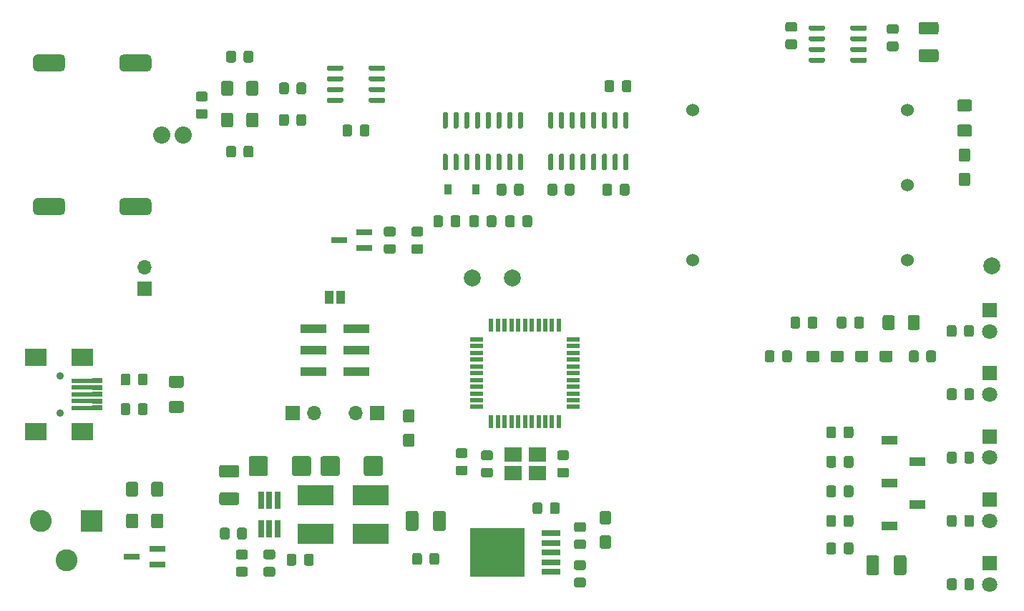
<source format=gbr>
%TF.GenerationSoftware,KiCad,Pcbnew,(5.1.9)-1*%
%TF.CreationDate,2021-11-07T11:38:13-06:00*%
%TF.ProjectId,simple-gpsdo,73696d70-6c65-42d6-9770-73646f2e6b69,E*%
%TF.SameCoordinates,Original*%
%TF.FileFunction,Soldermask,Top*%
%TF.FilePolarity,Negative*%
%FSLAX46Y46*%
G04 Gerber Fmt 4.6, Leading zero omitted, Abs format (unit mm)*
G04 Created by KiCad (PCBNEW (5.1.9)-1) date 2021-11-07 11:38:13*
%MOMM*%
%LPD*%
G01*
G04 APERTURE LIST*
%ADD10C,0.100000*%
%ADD11R,1.500000X0.550000*%
%ADD12R,0.550000X1.500000*%
%ADD13C,1.524000*%
%ADD14R,0.900000X1.200000*%
%ADD15R,2.600000X2.600000*%
%ADD16C,2.600000*%
%ADD17R,3.150000X1.000000*%
%ADD18R,1.000000X1.500000*%
%ADD19R,1.900000X1.000000*%
%ADD20C,2.032000*%
%ADD21R,1.700000X1.700000*%
%ADD22O,1.700000X1.700000*%
%ADD23C,2.000000*%
%ADD24R,2.100000X1.725000*%
%ADD25R,0.650000X2.000000*%
%ADD26R,4.200000X2.400000*%
%ADD27R,1.900000X0.800000*%
%ADD28R,2.500000X2.000000*%
%ADD29R,2.500000X0.500000*%
%ADD30C,0.900000*%
%ADD31R,2.200000X0.800000*%
%ADD32R,6.400000X5.800000*%
%ADD33R,1.800000X1.800000*%
%ADD34C,1.800000*%
G04 APERTURE END LIST*
D10*
G36*
X85000000Y-124400000D02*
G01*
X83800000Y-124400000D01*
X83800000Y-123800000D01*
X85000000Y-123800000D01*
X85000000Y-124400000D01*
G37*
G36*
X85000000Y-123600000D02*
G01*
X83800000Y-123600000D01*
X83800000Y-123000000D01*
X85000000Y-123000000D01*
X85000000Y-123600000D01*
G37*
G36*
X85000000Y-122800000D02*
G01*
X83800000Y-122800000D01*
X83800000Y-122200000D01*
X85000000Y-122200000D01*
X85000000Y-122800000D01*
G37*
G36*
X85000000Y-122000000D02*
G01*
X83800000Y-122000000D01*
X83800000Y-121400000D01*
X85000000Y-121400000D01*
X85000000Y-122000000D01*
G37*
G36*
X85000000Y-121200000D02*
G01*
X83800000Y-121200000D01*
X83800000Y-120600000D01*
X85000000Y-120600000D01*
X85000000Y-121200000D01*
G37*
D11*
%TO.C,U2*%
X129300000Y-116000000D03*
X129300000Y-116800000D03*
X129300000Y-117600000D03*
X129300000Y-118400000D03*
X129300000Y-119200000D03*
X129300000Y-120000000D03*
X129300000Y-120800000D03*
X129300000Y-121600000D03*
X129300000Y-122400000D03*
X129300000Y-123200000D03*
X129300000Y-124000000D03*
D12*
X131000000Y-125700000D03*
X131800000Y-125700000D03*
X132600000Y-125700000D03*
X133400000Y-125700000D03*
X134200000Y-125700000D03*
X135000000Y-125700000D03*
X135800000Y-125700000D03*
X136600000Y-125700000D03*
X137400000Y-125700000D03*
X138200000Y-125700000D03*
X139000000Y-125700000D03*
D11*
X140700000Y-124000000D03*
X140700000Y-123200000D03*
X140700000Y-122400000D03*
X140700000Y-121600000D03*
X140700000Y-120800000D03*
X140700000Y-120000000D03*
X140700000Y-119200000D03*
X140700000Y-118400000D03*
X140700000Y-117600000D03*
X140700000Y-116800000D03*
X140700000Y-116000000D03*
D12*
X139000000Y-114300000D03*
X138200000Y-114300000D03*
X137400000Y-114300000D03*
X136600000Y-114300000D03*
X135800000Y-114300000D03*
X135000000Y-114300000D03*
X134200000Y-114300000D03*
X133400000Y-114300000D03*
X132600000Y-114300000D03*
X131800000Y-114300000D03*
X131000000Y-114300000D03*
%TD*%
D13*
%TO.C,Y2*%
X180200000Y-106640000D03*
X180200000Y-97750000D03*
X180200000Y-88860000D03*
X154800000Y-88860000D03*
X154800000Y-106640000D03*
%TD*%
%TO.C,U3*%
G36*
G01*
X146795000Y-94000000D02*
X147095000Y-94000000D01*
G75*
G02*
X147245000Y-94150000I0J-150000D01*
G01*
X147245000Y-95800000D01*
G75*
G02*
X147095000Y-95950000I-150000J0D01*
G01*
X146795000Y-95950000D01*
G75*
G02*
X146645000Y-95800000I0J150000D01*
G01*
X146645000Y-94150000D01*
G75*
G02*
X146795000Y-94000000I150000J0D01*
G01*
G37*
G36*
G01*
X145525000Y-94000000D02*
X145825000Y-94000000D01*
G75*
G02*
X145975000Y-94150000I0J-150000D01*
G01*
X145975000Y-95800000D01*
G75*
G02*
X145825000Y-95950000I-150000J0D01*
G01*
X145525000Y-95950000D01*
G75*
G02*
X145375000Y-95800000I0J150000D01*
G01*
X145375000Y-94150000D01*
G75*
G02*
X145525000Y-94000000I150000J0D01*
G01*
G37*
G36*
G01*
X144255000Y-94000000D02*
X144555000Y-94000000D01*
G75*
G02*
X144705000Y-94150000I0J-150000D01*
G01*
X144705000Y-95800000D01*
G75*
G02*
X144555000Y-95950000I-150000J0D01*
G01*
X144255000Y-95950000D01*
G75*
G02*
X144105000Y-95800000I0J150000D01*
G01*
X144105000Y-94150000D01*
G75*
G02*
X144255000Y-94000000I150000J0D01*
G01*
G37*
G36*
G01*
X142985000Y-94000000D02*
X143285000Y-94000000D01*
G75*
G02*
X143435000Y-94150000I0J-150000D01*
G01*
X143435000Y-95800000D01*
G75*
G02*
X143285000Y-95950000I-150000J0D01*
G01*
X142985000Y-95950000D01*
G75*
G02*
X142835000Y-95800000I0J150000D01*
G01*
X142835000Y-94150000D01*
G75*
G02*
X142985000Y-94000000I150000J0D01*
G01*
G37*
G36*
G01*
X141715000Y-94000000D02*
X142015000Y-94000000D01*
G75*
G02*
X142165000Y-94150000I0J-150000D01*
G01*
X142165000Y-95800000D01*
G75*
G02*
X142015000Y-95950000I-150000J0D01*
G01*
X141715000Y-95950000D01*
G75*
G02*
X141565000Y-95800000I0J150000D01*
G01*
X141565000Y-94150000D01*
G75*
G02*
X141715000Y-94000000I150000J0D01*
G01*
G37*
G36*
G01*
X140445000Y-94000000D02*
X140745000Y-94000000D01*
G75*
G02*
X140895000Y-94150000I0J-150000D01*
G01*
X140895000Y-95800000D01*
G75*
G02*
X140745000Y-95950000I-150000J0D01*
G01*
X140445000Y-95950000D01*
G75*
G02*
X140295000Y-95800000I0J150000D01*
G01*
X140295000Y-94150000D01*
G75*
G02*
X140445000Y-94000000I150000J0D01*
G01*
G37*
G36*
G01*
X139175000Y-94000000D02*
X139475000Y-94000000D01*
G75*
G02*
X139625000Y-94150000I0J-150000D01*
G01*
X139625000Y-95800000D01*
G75*
G02*
X139475000Y-95950000I-150000J0D01*
G01*
X139175000Y-95950000D01*
G75*
G02*
X139025000Y-95800000I0J150000D01*
G01*
X139025000Y-94150000D01*
G75*
G02*
X139175000Y-94000000I150000J0D01*
G01*
G37*
G36*
G01*
X137905000Y-94000000D02*
X138205000Y-94000000D01*
G75*
G02*
X138355000Y-94150000I0J-150000D01*
G01*
X138355000Y-95800000D01*
G75*
G02*
X138205000Y-95950000I-150000J0D01*
G01*
X137905000Y-95950000D01*
G75*
G02*
X137755000Y-95800000I0J150000D01*
G01*
X137755000Y-94150000D01*
G75*
G02*
X137905000Y-94000000I150000J0D01*
G01*
G37*
G36*
G01*
X137905000Y-89050000D02*
X138205000Y-89050000D01*
G75*
G02*
X138355000Y-89200000I0J-150000D01*
G01*
X138355000Y-90850000D01*
G75*
G02*
X138205000Y-91000000I-150000J0D01*
G01*
X137905000Y-91000000D01*
G75*
G02*
X137755000Y-90850000I0J150000D01*
G01*
X137755000Y-89200000D01*
G75*
G02*
X137905000Y-89050000I150000J0D01*
G01*
G37*
G36*
G01*
X139175000Y-89050000D02*
X139475000Y-89050000D01*
G75*
G02*
X139625000Y-89200000I0J-150000D01*
G01*
X139625000Y-90850000D01*
G75*
G02*
X139475000Y-91000000I-150000J0D01*
G01*
X139175000Y-91000000D01*
G75*
G02*
X139025000Y-90850000I0J150000D01*
G01*
X139025000Y-89200000D01*
G75*
G02*
X139175000Y-89050000I150000J0D01*
G01*
G37*
G36*
G01*
X140445000Y-89050000D02*
X140745000Y-89050000D01*
G75*
G02*
X140895000Y-89200000I0J-150000D01*
G01*
X140895000Y-90850000D01*
G75*
G02*
X140745000Y-91000000I-150000J0D01*
G01*
X140445000Y-91000000D01*
G75*
G02*
X140295000Y-90850000I0J150000D01*
G01*
X140295000Y-89200000D01*
G75*
G02*
X140445000Y-89050000I150000J0D01*
G01*
G37*
G36*
G01*
X141715000Y-89050000D02*
X142015000Y-89050000D01*
G75*
G02*
X142165000Y-89200000I0J-150000D01*
G01*
X142165000Y-90850000D01*
G75*
G02*
X142015000Y-91000000I-150000J0D01*
G01*
X141715000Y-91000000D01*
G75*
G02*
X141565000Y-90850000I0J150000D01*
G01*
X141565000Y-89200000D01*
G75*
G02*
X141715000Y-89050000I150000J0D01*
G01*
G37*
G36*
G01*
X142985000Y-89050000D02*
X143285000Y-89050000D01*
G75*
G02*
X143435000Y-89200000I0J-150000D01*
G01*
X143435000Y-90850000D01*
G75*
G02*
X143285000Y-91000000I-150000J0D01*
G01*
X142985000Y-91000000D01*
G75*
G02*
X142835000Y-90850000I0J150000D01*
G01*
X142835000Y-89200000D01*
G75*
G02*
X142985000Y-89050000I150000J0D01*
G01*
G37*
G36*
G01*
X144255000Y-89050000D02*
X144555000Y-89050000D01*
G75*
G02*
X144705000Y-89200000I0J-150000D01*
G01*
X144705000Y-90850000D01*
G75*
G02*
X144555000Y-91000000I-150000J0D01*
G01*
X144255000Y-91000000D01*
G75*
G02*
X144105000Y-90850000I0J150000D01*
G01*
X144105000Y-89200000D01*
G75*
G02*
X144255000Y-89050000I150000J0D01*
G01*
G37*
G36*
G01*
X145525000Y-89050000D02*
X145825000Y-89050000D01*
G75*
G02*
X145975000Y-89200000I0J-150000D01*
G01*
X145975000Y-90850000D01*
G75*
G02*
X145825000Y-91000000I-150000J0D01*
G01*
X145525000Y-91000000D01*
G75*
G02*
X145375000Y-90850000I0J150000D01*
G01*
X145375000Y-89200000D01*
G75*
G02*
X145525000Y-89050000I150000J0D01*
G01*
G37*
G36*
G01*
X146795000Y-89050000D02*
X147095000Y-89050000D01*
G75*
G02*
X147245000Y-89200000I0J-150000D01*
G01*
X147245000Y-90850000D01*
G75*
G02*
X147095000Y-91000000I-150000J0D01*
G01*
X146795000Y-91000000D01*
G75*
G02*
X146645000Y-90850000I0J150000D01*
G01*
X146645000Y-89200000D01*
G75*
G02*
X146795000Y-89050000I150000J0D01*
G01*
G37*
%TD*%
%TO.C,C1*%
G36*
G01*
X139950001Y-130300000D02*
X139049999Y-130300000D01*
G75*
G02*
X138800000Y-130050001I0J249999D01*
G01*
X138800000Y-129399999D01*
G75*
G02*
X139049999Y-129150000I249999J0D01*
G01*
X139950001Y-129150000D01*
G75*
G02*
X140200000Y-129399999I0J-249999D01*
G01*
X140200000Y-130050001D01*
G75*
G02*
X139950001Y-130300000I-249999J0D01*
G01*
G37*
G36*
G01*
X139950001Y-132350000D02*
X139049999Y-132350000D01*
G75*
G02*
X138800000Y-132100001I0J249999D01*
G01*
X138800000Y-131449999D01*
G75*
G02*
X139049999Y-131200000I249999J0D01*
G01*
X139950001Y-131200000D01*
G75*
G02*
X140200000Y-131449999I0J-249999D01*
G01*
X140200000Y-132100001D01*
G75*
G02*
X139950001Y-132350000I-249999J0D01*
G01*
G37*
%TD*%
%TO.C,C2*%
G36*
G01*
X130049999Y-129150000D02*
X130950001Y-129150000D01*
G75*
G02*
X131200000Y-129399999I0J-249999D01*
G01*
X131200000Y-130050001D01*
G75*
G02*
X130950001Y-130300000I-249999J0D01*
G01*
X130049999Y-130300000D01*
G75*
G02*
X129800000Y-130050001I0J249999D01*
G01*
X129800000Y-129399999D01*
G75*
G02*
X130049999Y-129150000I249999J0D01*
G01*
G37*
G36*
G01*
X130049999Y-131200000D02*
X130950001Y-131200000D01*
G75*
G02*
X131200000Y-131449999I0J-249999D01*
G01*
X131200000Y-132100001D01*
G75*
G02*
X130950001Y-132350000I-249999J0D01*
G01*
X130049999Y-132350000D01*
G75*
G02*
X129800000Y-132100001I0J249999D01*
G01*
X129800000Y-131449999D01*
G75*
G02*
X130049999Y-131200000I249999J0D01*
G01*
G37*
%TD*%
%TO.C,C9*%
G36*
G01*
X144150000Y-98700001D02*
X144150000Y-97799999D01*
G75*
G02*
X144399999Y-97550000I249999J0D01*
G01*
X145050001Y-97550000D01*
G75*
G02*
X145300000Y-97799999I0J-249999D01*
G01*
X145300000Y-98700001D01*
G75*
G02*
X145050001Y-98950000I-249999J0D01*
G01*
X144399999Y-98950000D01*
G75*
G02*
X144150000Y-98700001I0J249999D01*
G01*
G37*
G36*
G01*
X146200000Y-98700001D02*
X146200000Y-97799999D01*
G75*
G02*
X146449999Y-97550000I249999J0D01*
G01*
X147100001Y-97550000D01*
G75*
G02*
X147350000Y-97799999I0J-249999D01*
G01*
X147350000Y-98700001D01*
G75*
G02*
X147100001Y-98950000I-249999J0D01*
G01*
X146449999Y-98950000D01*
G75*
G02*
X146200000Y-98700001I0J249999D01*
G01*
G37*
%TD*%
%TO.C,C10*%
G36*
G01*
X133700000Y-98700001D02*
X133700000Y-97799999D01*
G75*
G02*
X133949999Y-97550000I249999J0D01*
G01*
X134600001Y-97550000D01*
G75*
G02*
X134850000Y-97799999I0J-249999D01*
G01*
X134850000Y-98700001D01*
G75*
G02*
X134600001Y-98950000I-249999J0D01*
G01*
X133949999Y-98950000D01*
G75*
G02*
X133700000Y-98700001I0J249999D01*
G01*
G37*
G36*
G01*
X131650000Y-98700001D02*
X131650000Y-97799999D01*
G75*
G02*
X131899999Y-97550000I249999J0D01*
G01*
X132550001Y-97550000D01*
G75*
G02*
X132800000Y-97799999I0J-249999D01*
G01*
X132800000Y-98700001D01*
G75*
G02*
X132550001Y-98950000I-249999J0D01*
G01*
X131899999Y-98950000D01*
G75*
G02*
X131650000Y-98700001I0J249999D01*
G01*
G37*
%TD*%
%TO.C,C13*%
G36*
G01*
X133800000Y-101549999D02*
X133800000Y-102450001D01*
G75*
G02*
X133550001Y-102700000I-249999J0D01*
G01*
X132899999Y-102700000D01*
G75*
G02*
X132650000Y-102450001I0J249999D01*
G01*
X132650000Y-101549999D01*
G75*
G02*
X132899999Y-101300000I249999J0D01*
G01*
X133550001Y-101300000D01*
G75*
G02*
X133800000Y-101549999I0J-249999D01*
G01*
G37*
G36*
G01*
X135850000Y-101549999D02*
X135850000Y-102450001D01*
G75*
G02*
X135600001Y-102700000I-249999J0D01*
G01*
X134949999Y-102700000D01*
G75*
G02*
X134700000Y-102450001I0J249999D01*
G01*
X134700000Y-101549999D01*
G75*
G02*
X134949999Y-101300000I249999J0D01*
G01*
X135600001Y-101300000D01*
G75*
G02*
X135850000Y-101549999I0J-249999D01*
G01*
G37*
%TD*%
%TO.C,C17*%
G36*
G01*
X113400000Y-91700001D02*
X113400000Y-90799999D01*
G75*
G02*
X113649999Y-90550000I249999J0D01*
G01*
X114300001Y-90550000D01*
G75*
G02*
X114550000Y-90799999I0J-249999D01*
G01*
X114550000Y-91700001D01*
G75*
G02*
X114300001Y-91950000I-249999J0D01*
G01*
X113649999Y-91950000D01*
G75*
G02*
X113400000Y-91700001I0J249999D01*
G01*
G37*
G36*
G01*
X115450000Y-91700001D02*
X115450000Y-90799999D01*
G75*
G02*
X115699999Y-90550000I249999J0D01*
G01*
X116350001Y-90550000D01*
G75*
G02*
X116600000Y-90799999I0J-249999D01*
G01*
X116600000Y-91700001D01*
G75*
G02*
X116350001Y-91950000I-249999J0D01*
G01*
X115699999Y-91950000D01*
G75*
G02*
X115450000Y-91700001I0J249999D01*
G01*
G37*
%TD*%
%TO.C,C21*%
G36*
G01*
X105900000Y-86700001D02*
X105900000Y-85799999D01*
G75*
G02*
X106149999Y-85550000I249999J0D01*
G01*
X106800001Y-85550000D01*
G75*
G02*
X107050000Y-85799999I0J-249999D01*
G01*
X107050000Y-86700001D01*
G75*
G02*
X106800001Y-86950000I-249999J0D01*
G01*
X106149999Y-86950000D01*
G75*
G02*
X105900000Y-86700001I0J249999D01*
G01*
G37*
G36*
G01*
X107950000Y-86700001D02*
X107950000Y-85799999D01*
G75*
G02*
X108199999Y-85550000I249999J0D01*
G01*
X108850001Y-85550000D01*
G75*
G02*
X109100000Y-85799999I0J-249999D01*
G01*
X109100000Y-86700001D01*
G75*
G02*
X108850001Y-86950000I-249999J0D01*
G01*
X108199999Y-86950000D01*
G75*
G02*
X107950000Y-86700001I0J249999D01*
G01*
G37*
%TD*%
D14*
%TO.C,D1*%
X125850000Y-98250000D03*
X129150000Y-98250000D03*
%TD*%
%TO.C,F1*%
G36*
G01*
X92200000Y-133125000D02*
X92200000Y-134375000D01*
G75*
G02*
X91950000Y-134625000I-250000J0D01*
G01*
X91025000Y-134625000D01*
G75*
G02*
X90775000Y-134375000I0J250000D01*
G01*
X90775000Y-133125000D01*
G75*
G02*
X91025000Y-132875000I250000J0D01*
G01*
X91950000Y-132875000D01*
G75*
G02*
X92200000Y-133125000I0J-250000D01*
G01*
G37*
G36*
G01*
X89225000Y-133125000D02*
X89225000Y-134375000D01*
G75*
G02*
X88975000Y-134625000I-250000J0D01*
G01*
X88050000Y-134625000D01*
G75*
G02*
X87800000Y-134375000I0J250000D01*
G01*
X87800000Y-133125000D01*
G75*
G02*
X88050000Y-132875000I250000J0D01*
G01*
X88975000Y-132875000D01*
G75*
G02*
X89225000Y-133125000I0J-250000D01*
G01*
G37*
%TD*%
D15*
%TO.C,J2*%
X83750000Y-137500000D03*
D16*
X77750000Y-137500000D03*
X80750000Y-142200000D03*
%TD*%
D17*
%TO.C,J3*%
X109975000Y-114710000D03*
X115025000Y-114710000D03*
X109975000Y-117250000D03*
X115025000Y-117250000D03*
X109975000Y-119790000D03*
X115025000Y-119790000D03*
%TD*%
D18*
%TO.C,JP1*%
X113150000Y-111000000D03*
X111850000Y-111000000D03*
%TD*%
%TO.C,R1*%
G36*
G01*
X88300000Y-120299999D02*
X88300000Y-121200001D01*
G75*
G02*
X88050001Y-121450000I-249999J0D01*
G01*
X87399999Y-121450000D01*
G75*
G02*
X87150000Y-121200001I0J249999D01*
G01*
X87150000Y-120299999D01*
G75*
G02*
X87399999Y-120050000I249999J0D01*
G01*
X88050001Y-120050000D01*
G75*
G02*
X88300000Y-120299999I0J-249999D01*
G01*
G37*
G36*
G01*
X90350000Y-120299999D02*
X90350000Y-121200001D01*
G75*
G02*
X90100001Y-121450000I-249999J0D01*
G01*
X89449999Y-121450000D01*
G75*
G02*
X89200000Y-121200001I0J249999D01*
G01*
X89200000Y-120299999D01*
G75*
G02*
X89449999Y-120050000I249999J0D01*
G01*
X90100001Y-120050000D01*
G75*
G02*
X90350000Y-120299999I0J-249999D01*
G01*
G37*
%TD*%
%TO.C,R2*%
G36*
G01*
X87150000Y-124700001D02*
X87150000Y-123799999D01*
G75*
G02*
X87399999Y-123550000I249999J0D01*
G01*
X88050001Y-123550000D01*
G75*
G02*
X88300000Y-123799999I0J-249999D01*
G01*
X88300000Y-124700001D01*
G75*
G02*
X88050001Y-124950000I-249999J0D01*
G01*
X87399999Y-124950000D01*
G75*
G02*
X87150000Y-124700001I0J249999D01*
G01*
G37*
G36*
G01*
X89200000Y-124700001D02*
X89200000Y-123799999D01*
G75*
G02*
X89449999Y-123550000I249999J0D01*
G01*
X90100001Y-123550000D01*
G75*
G02*
X90350000Y-123799999I0J-249999D01*
G01*
X90350000Y-124700001D01*
G75*
G02*
X90100001Y-124950000I-249999J0D01*
G01*
X89449999Y-124950000D01*
G75*
G02*
X89200000Y-124700001I0J249999D01*
G01*
G37*
%TD*%
%TO.C,R3*%
G36*
G01*
X127950001Y-130050000D02*
X127049999Y-130050000D01*
G75*
G02*
X126800000Y-129800001I0J249999D01*
G01*
X126800000Y-129149999D01*
G75*
G02*
X127049999Y-128900000I249999J0D01*
G01*
X127950001Y-128900000D01*
G75*
G02*
X128200000Y-129149999I0J-249999D01*
G01*
X128200000Y-129800001D01*
G75*
G02*
X127950001Y-130050000I-249999J0D01*
G01*
G37*
G36*
G01*
X127950001Y-132100000D02*
X127049999Y-132100000D01*
G75*
G02*
X126800000Y-131850001I0J249999D01*
G01*
X126800000Y-131199999D01*
G75*
G02*
X127049999Y-130950000I249999J0D01*
G01*
X127950001Y-130950000D01*
G75*
G02*
X128200000Y-131199999I0J-249999D01*
G01*
X128200000Y-131850001D01*
G75*
G02*
X127950001Y-132100000I-249999J0D01*
G01*
G37*
%TD*%
%TO.C,R8*%
G36*
G01*
X186075000Y-137049999D02*
X186075000Y-137950001D01*
G75*
G02*
X185825001Y-138200000I-249999J0D01*
G01*
X185174999Y-138200000D01*
G75*
G02*
X184925000Y-137950001I0J249999D01*
G01*
X184925000Y-137049999D01*
G75*
G02*
X185174999Y-136800000I249999J0D01*
G01*
X185825001Y-136800000D01*
G75*
G02*
X186075000Y-137049999I0J-249999D01*
G01*
G37*
G36*
G01*
X188125000Y-137049999D02*
X188125000Y-137950001D01*
G75*
G02*
X187875001Y-138200000I-249999J0D01*
G01*
X187224999Y-138200000D01*
G75*
G02*
X186975000Y-137950001I0J249999D01*
G01*
X186975000Y-137049999D01*
G75*
G02*
X187224999Y-136800000I249999J0D01*
G01*
X187875001Y-136800000D01*
G75*
G02*
X188125000Y-137049999I0J-249999D01*
G01*
G37*
%TD*%
%TO.C,R9*%
G36*
G01*
X186075000Y-122049999D02*
X186075000Y-122950001D01*
G75*
G02*
X185825001Y-123200000I-249999J0D01*
G01*
X185174999Y-123200000D01*
G75*
G02*
X184925000Y-122950001I0J249999D01*
G01*
X184925000Y-122049999D01*
G75*
G02*
X185174999Y-121800000I249999J0D01*
G01*
X185825001Y-121800000D01*
G75*
G02*
X186075000Y-122049999I0J-249999D01*
G01*
G37*
G36*
G01*
X188125000Y-122049999D02*
X188125000Y-122950001D01*
G75*
G02*
X187875001Y-123200000I-249999J0D01*
G01*
X187224999Y-123200000D01*
G75*
G02*
X186975000Y-122950001I0J249999D01*
G01*
X186975000Y-122049999D01*
G75*
G02*
X187224999Y-121800000I249999J0D01*
G01*
X187875001Y-121800000D01*
G75*
G02*
X188125000Y-122049999I0J-249999D01*
G01*
G37*
%TD*%
%TO.C,R11*%
G36*
G01*
X124150000Y-102450001D02*
X124150000Y-101549999D01*
G75*
G02*
X124399999Y-101300000I249999J0D01*
G01*
X125050001Y-101300000D01*
G75*
G02*
X125300000Y-101549999I0J-249999D01*
G01*
X125300000Y-102450001D01*
G75*
G02*
X125050001Y-102700000I-249999J0D01*
G01*
X124399999Y-102700000D01*
G75*
G02*
X124150000Y-102450001I0J249999D01*
G01*
G37*
G36*
G01*
X126200000Y-102450001D02*
X126200000Y-101549999D01*
G75*
G02*
X126449999Y-101300000I249999J0D01*
G01*
X127100001Y-101300000D01*
G75*
G02*
X127350000Y-101549999I0J-249999D01*
G01*
X127350000Y-102450001D01*
G75*
G02*
X127100001Y-102700000I-249999J0D01*
G01*
X126449999Y-102700000D01*
G75*
G02*
X126200000Y-102450001I0J249999D01*
G01*
G37*
%TD*%
%TO.C,R12*%
G36*
G01*
X130450000Y-102450001D02*
X130450000Y-101549999D01*
G75*
G02*
X130699999Y-101300000I249999J0D01*
G01*
X131350001Y-101300000D01*
G75*
G02*
X131600000Y-101549999I0J-249999D01*
G01*
X131600000Y-102450001D01*
G75*
G02*
X131350001Y-102700000I-249999J0D01*
G01*
X130699999Y-102700000D01*
G75*
G02*
X130450000Y-102450001I0J249999D01*
G01*
G37*
G36*
G01*
X128400000Y-102450001D02*
X128400000Y-101549999D01*
G75*
G02*
X128649999Y-101300000I249999J0D01*
G01*
X129300001Y-101300000D01*
G75*
G02*
X129550000Y-101549999I0J-249999D01*
G01*
X129550000Y-102450001D01*
G75*
G02*
X129300001Y-102700000I-249999J0D01*
G01*
X128649999Y-102700000D01*
G75*
G02*
X128400000Y-102450001I0J249999D01*
G01*
G37*
%TD*%
%TO.C,R13*%
G36*
G01*
X186075000Y-144549999D02*
X186075000Y-145450001D01*
G75*
G02*
X185825001Y-145700000I-249999J0D01*
G01*
X185174999Y-145700000D01*
G75*
G02*
X184925000Y-145450001I0J249999D01*
G01*
X184925000Y-144549999D01*
G75*
G02*
X185174999Y-144300000I249999J0D01*
G01*
X185825001Y-144300000D01*
G75*
G02*
X186075000Y-144549999I0J-249999D01*
G01*
G37*
G36*
G01*
X188125000Y-144549999D02*
X188125000Y-145450001D01*
G75*
G02*
X187875001Y-145700000I-249999J0D01*
G01*
X187224999Y-145700000D01*
G75*
G02*
X186975000Y-145450001I0J249999D01*
G01*
X186975000Y-144549999D01*
G75*
G02*
X187224999Y-144300000I249999J0D01*
G01*
X187875001Y-144300000D01*
G75*
G02*
X188125000Y-144549999I0J-249999D01*
G01*
G37*
%TD*%
%TO.C,R14*%
G36*
G01*
X188125000Y-129549999D02*
X188125000Y-130450001D01*
G75*
G02*
X187875001Y-130700000I-249999J0D01*
G01*
X187224999Y-130700000D01*
G75*
G02*
X186975000Y-130450001I0J249999D01*
G01*
X186975000Y-129549999D01*
G75*
G02*
X187224999Y-129300000I249999J0D01*
G01*
X187875001Y-129300000D01*
G75*
G02*
X188125000Y-129549999I0J-249999D01*
G01*
G37*
G36*
G01*
X186075000Y-129549999D02*
X186075000Y-130450001D01*
G75*
G02*
X185825001Y-130700000I-249999J0D01*
G01*
X185174999Y-130700000D01*
G75*
G02*
X184925000Y-130450001I0J249999D01*
G01*
X184925000Y-129549999D01*
G75*
G02*
X185174999Y-129300000I249999J0D01*
G01*
X185825001Y-129300000D01*
G75*
G02*
X186075000Y-129549999I0J-249999D01*
G01*
G37*
%TD*%
%TO.C,U4*%
G36*
G01*
X134295000Y-89050000D02*
X134595000Y-89050000D01*
G75*
G02*
X134745000Y-89200000I0J-150000D01*
G01*
X134745000Y-90850000D01*
G75*
G02*
X134595000Y-91000000I-150000J0D01*
G01*
X134295000Y-91000000D01*
G75*
G02*
X134145000Y-90850000I0J150000D01*
G01*
X134145000Y-89200000D01*
G75*
G02*
X134295000Y-89050000I150000J0D01*
G01*
G37*
G36*
G01*
X133025000Y-89050000D02*
X133325000Y-89050000D01*
G75*
G02*
X133475000Y-89200000I0J-150000D01*
G01*
X133475000Y-90850000D01*
G75*
G02*
X133325000Y-91000000I-150000J0D01*
G01*
X133025000Y-91000000D01*
G75*
G02*
X132875000Y-90850000I0J150000D01*
G01*
X132875000Y-89200000D01*
G75*
G02*
X133025000Y-89050000I150000J0D01*
G01*
G37*
G36*
G01*
X131755000Y-89050000D02*
X132055000Y-89050000D01*
G75*
G02*
X132205000Y-89200000I0J-150000D01*
G01*
X132205000Y-90850000D01*
G75*
G02*
X132055000Y-91000000I-150000J0D01*
G01*
X131755000Y-91000000D01*
G75*
G02*
X131605000Y-90850000I0J150000D01*
G01*
X131605000Y-89200000D01*
G75*
G02*
X131755000Y-89050000I150000J0D01*
G01*
G37*
G36*
G01*
X130485000Y-89050000D02*
X130785000Y-89050000D01*
G75*
G02*
X130935000Y-89200000I0J-150000D01*
G01*
X130935000Y-90850000D01*
G75*
G02*
X130785000Y-91000000I-150000J0D01*
G01*
X130485000Y-91000000D01*
G75*
G02*
X130335000Y-90850000I0J150000D01*
G01*
X130335000Y-89200000D01*
G75*
G02*
X130485000Y-89050000I150000J0D01*
G01*
G37*
G36*
G01*
X129215000Y-89050000D02*
X129515000Y-89050000D01*
G75*
G02*
X129665000Y-89200000I0J-150000D01*
G01*
X129665000Y-90850000D01*
G75*
G02*
X129515000Y-91000000I-150000J0D01*
G01*
X129215000Y-91000000D01*
G75*
G02*
X129065000Y-90850000I0J150000D01*
G01*
X129065000Y-89200000D01*
G75*
G02*
X129215000Y-89050000I150000J0D01*
G01*
G37*
G36*
G01*
X127945000Y-89050000D02*
X128245000Y-89050000D01*
G75*
G02*
X128395000Y-89200000I0J-150000D01*
G01*
X128395000Y-90850000D01*
G75*
G02*
X128245000Y-91000000I-150000J0D01*
G01*
X127945000Y-91000000D01*
G75*
G02*
X127795000Y-90850000I0J150000D01*
G01*
X127795000Y-89200000D01*
G75*
G02*
X127945000Y-89050000I150000J0D01*
G01*
G37*
G36*
G01*
X126675000Y-89050000D02*
X126975000Y-89050000D01*
G75*
G02*
X127125000Y-89200000I0J-150000D01*
G01*
X127125000Y-90850000D01*
G75*
G02*
X126975000Y-91000000I-150000J0D01*
G01*
X126675000Y-91000000D01*
G75*
G02*
X126525000Y-90850000I0J150000D01*
G01*
X126525000Y-89200000D01*
G75*
G02*
X126675000Y-89050000I150000J0D01*
G01*
G37*
G36*
G01*
X125405000Y-89050000D02*
X125705000Y-89050000D01*
G75*
G02*
X125855000Y-89200000I0J-150000D01*
G01*
X125855000Y-90850000D01*
G75*
G02*
X125705000Y-91000000I-150000J0D01*
G01*
X125405000Y-91000000D01*
G75*
G02*
X125255000Y-90850000I0J150000D01*
G01*
X125255000Y-89200000D01*
G75*
G02*
X125405000Y-89050000I150000J0D01*
G01*
G37*
G36*
G01*
X125405000Y-94000000D02*
X125705000Y-94000000D01*
G75*
G02*
X125855000Y-94150000I0J-150000D01*
G01*
X125855000Y-95800000D01*
G75*
G02*
X125705000Y-95950000I-150000J0D01*
G01*
X125405000Y-95950000D01*
G75*
G02*
X125255000Y-95800000I0J150000D01*
G01*
X125255000Y-94150000D01*
G75*
G02*
X125405000Y-94000000I150000J0D01*
G01*
G37*
G36*
G01*
X126675000Y-94000000D02*
X126975000Y-94000000D01*
G75*
G02*
X127125000Y-94150000I0J-150000D01*
G01*
X127125000Y-95800000D01*
G75*
G02*
X126975000Y-95950000I-150000J0D01*
G01*
X126675000Y-95950000D01*
G75*
G02*
X126525000Y-95800000I0J150000D01*
G01*
X126525000Y-94150000D01*
G75*
G02*
X126675000Y-94000000I150000J0D01*
G01*
G37*
G36*
G01*
X127945000Y-94000000D02*
X128245000Y-94000000D01*
G75*
G02*
X128395000Y-94150000I0J-150000D01*
G01*
X128395000Y-95800000D01*
G75*
G02*
X128245000Y-95950000I-150000J0D01*
G01*
X127945000Y-95950000D01*
G75*
G02*
X127795000Y-95800000I0J150000D01*
G01*
X127795000Y-94150000D01*
G75*
G02*
X127945000Y-94000000I150000J0D01*
G01*
G37*
G36*
G01*
X129215000Y-94000000D02*
X129515000Y-94000000D01*
G75*
G02*
X129665000Y-94150000I0J-150000D01*
G01*
X129665000Y-95800000D01*
G75*
G02*
X129515000Y-95950000I-150000J0D01*
G01*
X129215000Y-95950000D01*
G75*
G02*
X129065000Y-95800000I0J150000D01*
G01*
X129065000Y-94150000D01*
G75*
G02*
X129215000Y-94000000I150000J0D01*
G01*
G37*
G36*
G01*
X130485000Y-94000000D02*
X130785000Y-94000000D01*
G75*
G02*
X130935000Y-94150000I0J-150000D01*
G01*
X130935000Y-95800000D01*
G75*
G02*
X130785000Y-95950000I-150000J0D01*
G01*
X130485000Y-95950000D01*
G75*
G02*
X130335000Y-95800000I0J150000D01*
G01*
X130335000Y-94150000D01*
G75*
G02*
X130485000Y-94000000I150000J0D01*
G01*
G37*
G36*
G01*
X131755000Y-94000000D02*
X132055000Y-94000000D01*
G75*
G02*
X132205000Y-94150000I0J-150000D01*
G01*
X132205000Y-95800000D01*
G75*
G02*
X132055000Y-95950000I-150000J0D01*
G01*
X131755000Y-95950000D01*
G75*
G02*
X131605000Y-95800000I0J150000D01*
G01*
X131605000Y-94150000D01*
G75*
G02*
X131755000Y-94000000I150000J0D01*
G01*
G37*
G36*
G01*
X133025000Y-94000000D02*
X133325000Y-94000000D01*
G75*
G02*
X133475000Y-94150000I0J-150000D01*
G01*
X133475000Y-95800000D01*
G75*
G02*
X133325000Y-95950000I-150000J0D01*
G01*
X133025000Y-95950000D01*
G75*
G02*
X132875000Y-95800000I0J150000D01*
G01*
X132875000Y-94150000D01*
G75*
G02*
X133025000Y-94000000I150000J0D01*
G01*
G37*
G36*
G01*
X134295000Y-94000000D02*
X134595000Y-94000000D01*
G75*
G02*
X134745000Y-94150000I0J-150000D01*
G01*
X134745000Y-95800000D01*
G75*
G02*
X134595000Y-95950000I-150000J0D01*
G01*
X134295000Y-95950000D01*
G75*
G02*
X134145000Y-95800000I0J150000D01*
G01*
X134145000Y-94150000D01*
G75*
G02*
X134295000Y-94000000I150000J0D01*
G01*
G37*
%TD*%
%TO.C,U7*%
G36*
G01*
X113500000Y-87505000D02*
X113500000Y-87805000D01*
G75*
G02*
X113350000Y-87955000I-150000J0D01*
G01*
X111700000Y-87955000D01*
G75*
G02*
X111550000Y-87805000I0J150000D01*
G01*
X111550000Y-87505000D01*
G75*
G02*
X111700000Y-87355000I150000J0D01*
G01*
X113350000Y-87355000D01*
G75*
G02*
X113500000Y-87505000I0J-150000D01*
G01*
G37*
G36*
G01*
X113500000Y-86235000D02*
X113500000Y-86535000D01*
G75*
G02*
X113350000Y-86685000I-150000J0D01*
G01*
X111700000Y-86685000D01*
G75*
G02*
X111550000Y-86535000I0J150000D01*
G01*
X111550000Y-86235000D01*
G75*
G02*
X111700000Y-86085000I150000J0D01*
G01*
X113350000Y-86085000D01*
G75*
G02*
X113500000Y-86235000I0J-150000D01*
G01*
G37*
G36*
G01*
X113500000Y-84965000D02*
X113500000Y-85265000D01*
G75*
G02*
X113350000Y-85415000I-150000J0D01*
G01*
X111700000Y-85415000D01*
G75*
G02*
X111550000Y-85265000I0J150000D01*
G01*
X111550000Y-84965000D01*
G75*
G02*
X111700000Y-84815000I150000J0D01*
G01*
X113350000Y-84815000D01*
G75*
G02*
X113500000Y-84965000I0J-150000D01*
G01*
G37*
G36*
G01*
X113500000Y-83695000D02*
X113500000Y-83995000D01*
G75*
G02*
X113350000Y-84145000I-150000J0D01*
G01*
X111700000Y-84145000D01*
G75*
G02*
X111550000Y-83995000I0J150000D01*
G01*
X111550000Y-83695000D01*
G75*
G02*
X111700000Y-83545000I150000J0D01*
G01*
X113350000Y-83545000D01*
G75*
G02*
X113500000Y-83695000I0J-150000D01*
G01*
G37*
G36*
G01*
X118450000Y-83695000D02*
X118450000Y-83995000D01*
G75*
G02*
X118300000Y-84145000I-150000J0D01*
G01*
X116650000Y-84145000D01*
G75*
G02*
X116500000Y-83995000I0J150000D01*
G01*
X116500000Y-83695000D01*
G75*
G02*
X116650000Y-83545000I150000J0D01*
G01*
X118300000Y-83545000D01*
G75*
G02*
X118450000Y-83695000I0J-150000D01*
G01*
G37*
G36*
G01*
X118450000Y-84965000D02*
X118450000Y-85265000D01*
G75*
G02*
X118300000Y-85415000I-150000J0D01*
G01*
X116650000Y-85415000D01*
G75*
G02*
X116500000Y-85265000I0J150000D01*
G01*
X116500000Y-84965000D01*
G75*
G02*
X116650000Y-84815000I150000J0D01*
G01*
X118300000Y-84815000D01*
G75*
G02*
X118450000Y-84965000I0J-150000D01*
G01*
G37*
G36*
G01*
X118450000Y-86235000D02*
X118450000Y-86535000D01*
G75*
G02*
X118300000Y-86685000I-150000J0D01*
G01*
X116650000Y-86685000D01*
G75*
G02*
X116500000Y-86535000I0J150000D01*
G01*
X116500000Y-86235000D01*
G75*
G02*
X116650000Y-86085000I150000J0D01*
G01*
X118300000Y-86085000D01*
G75*
G02*
X118450000Y-86235000I0J-150000D01*
G01*
G37*
G36*
G01*
X118450000Y-87505000D02*
X118450000Y-87805000D01*
G75*
G02*
X118300000Y-87955000I-150000J0D01*
G01*
X116650000Y-87955000D01*
G75*
G02*
X116500000Y-87805000I0J150000D01*
G01*
X116500000Y-87505000D01*
G75*
G02*
X116650000Y-87355000I150000J0D01*
G01*
X118300000Y-87355000D01*
G75*
G02*
X118450000Y-87505000I0J-150000D01*
G01*
G37*
%TD*%
%TO.C,C5*%
G36*
G01*
X105200001Y-142050000D02*
X104299999Y-142050000D01*
G75*
G02*
X104050000Y-141800001I0J249999D01*
G01*
X104050000Y-141149999D01*
G75*
G02*
X104299999Y-140900000I249999J0D01*
G01*
X105200001Y-140900000D01*
G75*
G02*
X105450000Y-141149999I0J-249999D01*
G01*
X105450000Y-141800001D01*
G75*
G02*
X105200001Y-142050000I-249999J0D01*
G01*
G37*
G36*
G01*
X105200001Y-144100000D02*
X104299999Y-144100000D01*
G75*
G02*
X104050000Y-143850001I0J249999D01*
G01*
X104050000Y-143199999D01*
G75*
G02*
X104299999Y-142950000I249999J0D01*
G01*
X105200001Y-142950000D01*
G75*
G02*
X105450000Y-143199999I0J-249999D01*
G01*
X105450000Y-143850001D01*
G75*
G02*
X105200001Y-144100000I-249999J0D01*
G01*
G37*
%TD*%
%TO.C,C7*%
G36*
G01*
X108850000Y-142550001D02*
X108850000Y-141649999D01*
G75*
G02*
X109099999Y-141400000I249999J0D01*
G01*
X109750001Y-141400000D01*
G75*
G02*
X110000000Y-141649999I0J-249999D01*
G01*
X110000000Y-142550001D01*
G75*
G02*
X109750001Y-142800000I-249999J0D01*
G01*
X109099999Y-142800000D01*
G75*
G02*
X108850000Y-142550001I0J249999D01*
G01*
G37*
G36*
G01*
X106800000Y-142550001D02*
X106800000Y-141649999D01*
G75*
G02*
X107049999Y-141400000I249999J0D01*
G01*
X107700001Y-141400000D01*
G75*
G02*
X107950000Y-141649999I0J-249999D01*
G01*
X107950000Y-142550001D01*
G75*
G02*
X107700001Y-142800000I-249999J0D01*
G01*
X107049999Y-142800000D01*
G75*
G02*
X106800000Y-142550001I0J249999D01*
G01*
G37*
%TD*%
%TO.C,C22*%
G36*
G01*
X166049999Y-80450000D02*
X166950001Y-80450000D01*
G75*
G02*
X167200000Y-80699999I0J-249999D01*
G01*
X167200000Y-81350001D01*
G75*
G02*
X166950001Y-81600000I-249999J0D01*
G01*
X166049999Y-81600000D01*
G75*
G02*
X165800000Y-81350001I0J249999D01*
G01*
X165800000Y-80699999D01*
G75*
G02*
X166049999Y-80450000I249999J0D01*
G01*
G37*
G36*
G01*
X166049999Y-78400000D02*
X166950001Y-78400000D01*
G75*
G02*
X167200000Y-78649999I0J-249999D01*
G01*
X167200000Y-79300001D01*
G75*
G02*
X166950001Y-79550000I-249999J0D01*
G01*
X166049999Y-79550000D01*
G75*
G02*
X165800000Y-79300001I0J249999D01*
G01*
X165800000Y-78649999D01*
G75*
G02*
X166049999Y-78400000I249999J0D01*
G01*
G37*
%TD*%
%TO.C,C24*%
G36*
G01*
X172700000Y-137950001D02*
X172700000Y-137049999D01*
G75*
G02*
X172949999Y-136800000I249999J0D01*
G01*
X173600001Y-136800000D01*
G75*
G02*
X173850000Y-137049999I0J-249999D01*
G01*
X173850000Y-137950001D01*
G75*
G02*
X173600001Y-138200000I-249999J0D01*
G01*
X172949999Y-138200000D01*
G75*
G02*
X172700000Y-137950001I0J249999D01*
G01*
G37*
G36*
G01*
X170650000Y-137950001D02*
X170650000Y-137049999D01*
G75*
G02*
X170899999Y-136800000I249999J0D01*
G01*
X171550001Y-136800000D01*
G75*
G02*
X171800000Y-137049999I0J-249999D01*
G01*
X171800000Y-137950001D01*
G75*
G02*
X171550001Y-138200000I-249999J0D01*
G01*
X170899999Y-138200000D01*
G75*
G02*
X170650000Y-137950001I0J249999D01*
G01*
G37*
%TD*%
%TO.C,C26*%
G36*
G01*
X183625000Y-117549999D02*
X183625000Y-118450001D01*
G75*
G02*
X183375001Y-118700000I-249999J0D01*
G01*
X182724999Y-118700000D01*
G75*
G02*
X182475000Y-118450001I0J249999D01*
G01*
X182475000Y-117549999D01*
G75*
G02*
X182724999Y-117300000I249999J0D01*
G01*
X183375001Y-117300000D01*
G75*
G02*
X183625000Y-117549999I0J-249999D01*
G01*
G37*
G36*
G01*
X181575000Y-117549999D02*
X181575000Y-118450001D01*
G75*
G02*
X181325001Y-118700000I-249999J0D01*
G01*
X180674999Y-118700000D01*
G75*
G02*
X180425000Y-118450001I0J249999D01*
G01*
X180425000Y-117549999D01*
G75*
G02*
X180674999Y-117300000I249999J0D01*
G01*
X181325001Y-117300000D01*
G75*
G02*
X181575000Y-117549999I0J-249999D01*
G01*
G37*
%TD*%
%TO.C,FB1*%
G36*
G01*
X87800000Y-138125000D02*
X87800000Y-136875000D01*
G75*
G02*
X88050000Y-136625000I250000J0D01*
G01*
X88975000Y-136625000D01*
G75*
G02*
X89225000Y-136875000I0J-250000D01*
G01*
X89225000Y-138125000D01*
G75*
G02*
X88975000Y-138375000I-250000J0D01*
G01*
X88050000Y-138375000D01*
G75*
G02*
X87800000Y-138125000I0J250000D01*
G01*
G37*
G36*
G01*
X90775000Y-138125000D02*
X90775000Y-136875000D01*
G75*
G02*
X91025000Y-136625000I250000J0D01*
G01*
X91950000Y-136625000D01*
G75*
G02*
X92200000Y-136875000I0J-250000D01*
G01*
X92200000Y-138125000D01*
G75*
G02*
X91950000Y-138375000I-250000J0D01*
G01*
X91025000Y-138375000D01*
G75*
G02*
X90775000Y-138125000I0J250000D01*
G01*
G37*
%TD*%
%TO.C,FB2*%
G36*
G01*
X187625000Y-88987500D02*
X186375000Y-88987500D01*
G75*
G02*
X186125000Y-88737500I0J250000D01*
G01*
X186125000Y-87812500D01*
G75*
G02*
X186375000Y-87562500I250000J0D01*
G01*
X187625000Y-87562500D01*
G75*
G02*
X187875000Y-87812500I0J-250000D01*
G01*
X187875000Y-88737500D01*
G75*
G02*
X187625000Y-88987500I-250000J0D01*
G01*
G37*
G36*
G01*
X187625000Y-91962500D02*
X186375000Y-91962500D01*
G75*
G02*
X186125000Y-91712500I0J250000D01*
G01*
X186125000Y-90787500D01*
G75*
G02*
X186375000Y-90537500I250000J0D01*
G01*
X187625000Y-90537500D01*
G75*
G02*
X187875000Y-90787500I0J-250000D01*
G01*
X187875000Y-91712500D01*
G75*
G02*
X187625000Y-91962500I-250000J0D01*
G01*
G37*
%TD*%
D19*
%TO.C,J7*%
X178100000Y-127920000D03*
X178100000Y-133000000D03*
X178100000Y-138080000D03*
X181400000Y-130460000D03*
X181400000Y-135540000D03*
%TD*%
D20*
%TO.C,J8*%
X92000000Y-91750000D03*
X94590800Y-91750000D03*
G36*
G01*
X87504200Y-99243000D02*
X90298200Y-99243000D01*
G75*
G02*
X90806200Y-99751000I0J-508000D01*
G01*
X90806200Y-100767000D01*
G75*
G02*
X90298200Y-101275000I-508000J0D01*
G01*
X87504200Y-101275000D01*
G75*
G02*
X86996200Y-100767000I0J508000D01*
G01*
X86996200Y-99751000D01*
G75*
G02*
X87504200Y-99243000I508000J0D01*
G01*
G37*
G36*
G01*
X87504200Y-82225000D02*
X90298200Y-82225000D01*
G75*
G02*
X90806200Y-82733000I0J-508000D01*
G01*
X90806200Y-83749000D01*
G75*
G02*
X90298200Y-84257000I-508000J0D01*
G01*
X87504200Y-84257000D01*
G75*
G02*
X86996200Y-83749000I0J508000D01*
G01*
X86996200Y-82733000D01*
G75*
G02*
X87504200Y-82225000I508000J0D01*
G01*
G37*
G36*
G01*
X77293400Y-99243000D02*
X80087400Y-99243000D01*
G75*
G02*
X80595400Y-99751000I0J-508000D01*
G01*
X80595400Y-100767000D01*
G75*
G02*
X80087400Y-101275000I-508000J0D01*
G01*
X77293400Y-101275000D01*
G75*
G02*
X76785400Y-100767000I0J508000D01*
G01*
X76785400Y-99751000D01*
G75*
G02*
X77293400Y-99243000I508000J0D01*
G01*
G37*
G36*
G01*
X77293400Y-82225000D02*
X80087400Y-82225000D01*
G75*
G02*
X80595400Y-82733000I0J-508000D01*
G01*
X80595400Y-83749000D01*
G75*
G02*
X80087400Y-84257000I-508000J0D01*
G01*
X77293400Y-84257000D01*
G75*
G02*
X76785400Y-83749000I0J508000D01*
G01*
X76785400Y-82733000D01*
G75*
G02*
X77293400Y-82225000I508000J0D01*
G01*
G37*
%TD*%
D21*
%TO.C,JP2*%
X117500000Y-124750000D03*
D22*
X114960000Y-124750000D03*
%TD*%
%TO.C,L1*%
G36*
G01*
X177312500Y-114625000D02*
X177312500Y-113375000D01*
G75*
G02*
X177562500Y-113125000I250000J0D01*
G01*
X178487500Y-113125000D01*
G75*
G02*
X178737500Y-113375000I0J-250000D01*
G01*
X178737500Y-114625000D01*
G75*
G02*
X178487500Y-114875000I-250000J0D01*
G01*
X177562500Y-114875000D01*
G75*
G02*
X177312500Y-114625000I0J250000D01*
G01*
G37*
G36*
G01*
X180287500Y-114625000D02*
X180287500Y-113375000D01*
G75*
G02*
X180537500Y-113125000I250000J0D01*
G01*
X181462500Y-113125000D01*
G75*
G02*
X181712500Y-113375000I0J-250000D01*
G01*
X181712500Y-114625000D01*
G75*
G02*
X181462500Y-114875000I-250000J0D01*
G01*
X180537500Y-114875000D01*
G75*
G02*
X180287500Y-114625000I0J250000D01*
G01*
G37*
%TD*%
%TO.C,R4*%
G36*
G01*
X169600000Y-113549999D02*
X169600000Y-114450001D01*
G75*
G02*
X169350001Y-114700000I-249999J0D01*
G01*
X168699999Y-114700000D01*
G75*
G02*
X168450000Y-114450001I0J249999D01*
G01*
X168450000Y-113549999D01*
G75*
G02*
X168699999Y-113300000I249999J0D01*
G01*
X169350001Y-113300000D01*
G75*
G02*
X169600000Y-113549999I0J-249999D01*
G01*
G37*
G36*
G01*
X167550000Y-113549999D02*
X167550000Y-114450001D01*
G75*
G02*
X167300001Y-114700000I-249999J0D01*
G01*
X166649999Y-114700000D01*
G75*
G02*
X166400000Y-114450001I0J249999D01*
G01*
X166400000Y-113549999D01*
G75*
G02*
X166649999Y-113300000I249999J0D01*
G01*
X167300001Y-113300000D01*
G75*
G02*
X167550000Y-113549999I0J-249999D01*
G01*
G37*
%TD*%
%TO.C,R5*%
G36*
G01*
X164525000Y-117549999D02*
X164525000Y-118450001D01*
G75*
G02*
X164275001Y-118700000I-249999J0D01*
G01*
X163624999Y-118700000D01*
G75*
G02*
X163375000Y-118450001I0J249999D01*
G01*
X163375000Y-117549999D01*
G75*
G02*
X163624999Y-117300000I249999J0D01*
G01*
X164275001Y-117300000D01*
G75*
G02*
X164525000Y-117549999I0J-249999D01*
G01*
G37*
G36*
G01*
X166575000Y-117549999D02*
X166575000Y-118450001D01*
G75*
G02*
X166325001Y-118700000I-249999J0D01*
G01*
X165674999Y-118700000D01*
G75*
G02*
X165425000Y-118450001I0J249999D01*
G01*
X165425000Y-117549999D01*
G75*
G02*
X165674999Y-117300000I249999J0D01*
G01*
X166325001Y-117300000D01*
G75*
G02*
X166575000Y-117549999I0J-249999D01*
G01*
G37*
%TD*%
%TO.C,R6*%
G36*
G01*
X175100000Y-113549999D02*
X175100000Y-114450001D01*
G75*
G02*
X174850001Y-114700000I-249999J0D01*
G01*
X174199999Y-114700000D01*
G75*
G02*
X173950000Y-114450001I0J249999D01*
G01*
X173950000Y-113549999D01*
G75*
G02*
X174199999Y-113300000I249999J0D01*
G01*
X174850001Y-113300000D01*
G75*
G02*
X175100000Y-113549999I0J-249999D01*
G01*
G37*
G36*
G01*
X173050000Y-113549999D02*
X173050000Y-114450001D01*
G75*
G02*
X172800001Y-114700000I-249999J0D01*
G01*
X172149999Y-114700000D01*
G75*
G02*
X171900000Y-114450001I0J249999D01*
G01*
X171900000Y-113549999D01*
G75*
G02*
X172149999Y-113300000I249999J0D01*
G01*
X172800001Y-113300000D01*
G75*
G02*
X173050000Y-113549999I0J-249999D01*
G01*
G37*
%TD*%
%TO.C,R7*%
G36*
G01*
X138800000Y-97799999D02*
X138800000Y-98700001D01*
G75*
G02*
X138550001Y-98950000I-249999J0D01*
G01*
X137899999Y-98950000D01*
G75*
G02*
X137650000Y-98700001I0J249999D01*
G01*
X137650000Y-97799999D01*
G75*
G02*
X137899999Y-97550000I249999J0D01*
G01*
X138550001Y-97550000D01*
G75*
G02*
X138800000Y-97799999I0J-249999D01*
G01*
G37*
G36*
G01*
X140850000Y-97799999D02*
X140850000Y-98700001D01*
G75*
G02*
X140600001Y-98950000I-249999J0D01*
G01*
X139949999Y-98950000D01*
G75*
G02*
X139700000Y-98700001I0J249999D01*
G01*
X139700000Y-97799999D01*
G75*
G02*
X139949999Y-97550000I249999J0D01*
G01*
X140600001Y-97550000D01*
G75*
G02*
X140850000Y-97799999I0J-249999D01*
G01*
G37*
%TD*%
%TO.C,R10*%
G36*
G01*
X144400000Y-86450001D02*
X144400000Y-85549999D01*
G75*
G02*
X144649999Y-85300000I249999J0D01*
G01*
X145300001Y-85300000D01*
G75*
G02*
X145550000Y-85549999I0J-249999D01*
G01*
X145550000Y-86450001D01*
G75*
G02*
X145300001Y-86700000I-249999J0D01*
G01*
X144649999Y-86700000D01*
G75*
G02*
X144400000Y-86450001I0J249999D01*
G01*
G37*
G36*
G01*
X146450000Y-86450001D02*
X146450000Y-85549999D01*
G75*
G02*
X146699999Y-85300000I249999J0D01*
G01*
X147350001Y-85300000D01*
G75*
G02*
X147600000Y-85549999I0J-249999D01*
G01*
X147600000Y-86450001D01*
G75*
G02*
X147350001Y-86700000I-249999J0D01*
G01*
X146699999Y-86700000D01*
G75*
G02*
X146450000Y-86450001I0J249999D01*
G01*
G37*
%TD*%
%TO.C,R15*%
G36*
G01*
X172700000Y-127450001D02*
X172700000Y-126549999D01*
G75*
G02*
X172949999Y-126300000I249999J0D01*
G01*
X173600001Y-126300000D01*
G75*
G02*
X173850000Y-126549999I0J-249999D01*
G01*
X173850000Y-127450001D01*
G75*
G02*
X173600001Y-127700000I-249999J0D01*
G01*
X172949999Y-127700000D01*
G75*
G02*
X172700000Y-127450001I0J249999D01*
G01*
G37*
G36*
G01*
X170650000Y-127450001D02*
X170650000Y-126549999D01*
G75*
G02*
X170899999Y-126300000I249999J0D01*
G01*
X171550001Y-126300000D01*
G75*
G02*
X171800000Y-126549999I0J-249999D01*
G01*
X171800000Y-127450001D01*
G75*
G02*
X171550001Y-127700000I-249999J0D01*
G01*
X170899999Y-127700000D01*
G75*
G02*
X170650000Y-127450001I0J249999D01*
G01*
G37*
%TD*%
%TO.C,R16*%
G36*
G01*
X172700000Y-134450001D02*
X172700000Y-133549999D01*
G75*
G02*
X172949999Y-133300000I249999J0D01*
G01*
X173600001Y-133300000D01*
G75*
G02*
X173850000Y-133549999I0J-249999D01*
G01*
X173850000Y-134450001D01*
G75*
G02*
X173600001Y-134700000I-249999J0D01*
G01*
X172949999Y-134700000D01*
G75*
G02*
X172700000Y-134450001I0J249999D01*
G01*
G37*
G36*
G01*
X170650000Y-134450001D02*
X170650000Y-133549999D01*
G75*
G02*
X170899999Y-133300000I249999J0D01*
G01*
X171550001Y-133300000D01*
G75*
G02*
X171800000Y-133549999I0J-249999D01*
G01*
X171800000Y-134450001D01*
G75*
G02*
X171550001Y-134700000I-249999J0D01*
G01*
X170899999Y-134700000D01*
G75*
G02*
X170650000Y-134450001I0J249999D01*
G01*
G37*
%TD*%
%TO.C,R25*%
G36*
G01*
X170650000Y-130950001D02*
X170650000Y-130049999D01*
G75*
G02*
X170899999Y-129800000I249999J0D01*
G01*
X171550001Y-129800000D01*
G75*
G02*
X171800000Y-130049999I0J-249999D01*
G01*
X171800000Y-130950001D01*
G75*
G02*
X171550001Y-131200000I-249999J0D01*
G01*
X170899999Y-131200000D01*
G75*
G02*
X170650000Y-130950001I0J249999D01*
G01*
G37*
G36*
G01*
X172700000Y-130950001D02*
X172700000Y-130049999D01*
G75*
G02*
X172949999Y-129800000I249999J0D01*
G01*
X173600001Y-129800000D01*
G75*
G02*
X173850000Y-130049999I0J-249999D01*
G01*
X173850000Y-130950001D01*
G75*
G02*
X173600001Y-131200000I-249999J0D01*
G01*
X172949999Y-131200000D01*
G75*
G02*
X172700000Y-130950001I0J249999D01*
G01*
G37*
%TD*%
D23*
%TO.C,TP1*%
X190200000Y-107300000D03*
%TD*%
%TO.C,TP2*%
X128750000Y-108750000D03*
%TD*%
%TO.C,TP3*%
X133500000Y-108750000D03*
%TD*%
%TO.C,U8*%
G36*
G01*
X175450000Y-82755000D02*
X175450000Y-83055000D01*
G75*
G02*
X175300000Y-83205000I-150000J0D01*
G01*
X173650000Y-83205000D01*
G75*
G02*
X173500000Y-83055000I0J150000D01*
G01*
X173500000Y-82755000D01*
G75*
G02*
X173650000Y-82605000I150000J0D01*
G01*
X175300000Y-82605000D01*
G75*
G02*
X175450000Y-82755000I0J-150000D01*
G01*
G37*
G36*
G01*
X175450000Y-81485000D02*
X175450000Y-81785000D01*
G75*
G02*
X175300000Y-81935000I-150000J0D01*
G01*
X173650000Y-81935000D01*
G75*
G02*
X173500000Y-81785000I0J150000D01*
G01*
X173500000Y-81485000D01*
G75*
G02*
X173650000Y-81335000I150000J0D01*
G01*
X175300000Y-81335000D01*
G75*
G02*
X175450000Y-81485000I0J-150000D01*
G01*
G37*
G36*
G01*
X175450000Y-80215000D02*
X175450000Y-80515000D01*
G75*
G02*
X175300000Y-80665000I-150000J0D01*
G01*
X173650000Y-80665000D01*
G75*
G02*
X173500000Y-80515000I0J150000D01*
G01*
X173500000Y-80215000D01*
G75*
G02*
X173650000Y-80065000I150000J0D01*
G01*
X175300000Y-80065000D01*
G75*
G02*
X175450000Y-80215000I0J-150000D01*
G01*
G37*
G36*
G01*
X175450000Y-78945000D02*
X175450000Y-79245000D01*
G75*
G02*
X175300000Y-79395000I-150000J0D01*
G01*
X173650000Y-79395000D01*
G75*
G02*
X173500000Y-79245000I0J150000D01*
G01*
X173500000Y-78945000D01*
G75*
G02*
X173650000Y-78795000I150000J0D01*
G01*
X175300000Y-78795000D01*
G75*
G02*
X175450000Y-78945000I0J-150000D01*
G01*
G37*
G36*
G01*
X170500000Y-78945000D02*
X170500000Y-79245000D01*
G75*
G02*
X170350000Y-79395000I-150000J0D01*
G01*
X168700000Y-79395000D01*
G75*
G02*
X168550000Y-79245000I0J150000D01*
G01*
X168550000Y-78945000D01*
G75*
G02*
X168700000Y-78795000I150000J0D01*
G01*
X170350000Y-78795000D01*
G75*
G02*
X170500000Y-78945000I0J-150000D01*
G01*
G37*
G36*
G01*
X170500000Y-80215000D02*
X170500000Y-80515000D01*
G75*
G02*
X170350000Y-80665000I-150000J0D01*
G01*
X168700000Y-80665000D01*
G75*
G02*
X168550000Y-80515000I0J150000D01*
G01*
X168550000Y-80215000D01*
G75*
G02*
X168700000Y-80065000I150000J0D01*
G01*
X170350000Y-80065000D01*
G75*
G02*
X170500000Y-80215000I0J-150000D01*
G01*
G37*
G36*
G01*
X170500000Y-81485000D02*
X170500000Y-81785000D01*
G75*
G02*
X170350000Y-81935000I-150000J0D01*
G01*
X168700000Y-81935000D01*
G75*
G02*
X168550000Y-81785000I0J150000D01*
G01*
X168550000Y-81485000D01*
G75*
G02*
X168700000Y-81335000I150000J0D01*
G01*
X170350000Y-81335000D01*
G75*
G02*
X170500000Y-81485000I0J-150000D01*
G01*
G37*
G36*
G01*
X170500000Y-82755000D02*
X170500000Y-83055000D01*
G75*
G02*
X170350000Y-83205000I-150000J0D01*
G01*
X168700000Y-83205000D01*
G75*
G02*
X168550000Y-83055000I0J150000D01*
G01*
X168550000Y-82755000D01*
G75*
G02*
X168700000Y-82605000I150000J0D01*
G01*
X170350000Y-82605000D01*
G75*
G02*
X170500000Y-82755000I0J-150000D01*
G01*
G37*
%TD*%
D24*
%TO.C,Y1*%
X136450000Y-129662500D03*
X133550000Y-129662500D03*
X133550000Y-131837500D03*
X136450000Y-131837500D03*
%TD*%
%TO.C,R26*%
G36*
G01*
X102100000Y-138549999D02*
X102100000Y-139450001D01*
G75*
G02*
X101850001Y-139700000I-249999J0D01*
G01*
X101199999Y-139700000D01*
G75*
G02*
X100950000Y-139450001I0J249999D01*
G01*
X100950000Y-138549999D01*
G75*
G02*
X101199999Y-138300000I249999J0D01*
G01*
X101850001Y-138300000D01*
G75*
G02*
X102100000Y-138549999I0J-249999D01*
G01*
G37*
G36*
G01*
X100050000Y-138549999D02*
X100050000Y-139450001D01*
G75*
G02*
X99800001Y-139700000I-249999J0D01*
G01*
X99149999Y-139700000D01*
G75*
G02*
X98900000Y-139450001I0J249999D01*
G01*
X98900000Y-138549999D01*
G75*
G02*
X99149999Y-138300000I249999J0D01*
G01*
X99800001Y-138300000D01*
G75*
G02*
X100050000Y-138549999I0J-249999D01*
G01*
G37*
%TD*%
%TO.C,R27*%
G36*
G01*
X101049999Y-142950000D02*
X101950001Y-142950000D01*
G75*
G02*
X102200000Y-143199999I0J-249999D01*
G01*
X102200000Y-143850001D01*
G75*
G02*
X101950001Y-144100000I-249999J0D01*
G01*
X101049999Y-144100000D01*
G75*
G02*
X100800000Y-143850001I0J249999D01*
G01*
X100800000Y-143199999D01*
G75*
G02*
X101049999Y-142950000I249999J0D01*
G01*
G37*
G36*
G01*
X101049999Y-140900000D02*
X101950001Y-140900000D01*
G75*
G02*
X102200000Y-141149999I0J-249999D01*
G01*
X102200000Y-141800001D01*
G75*
G02*
X101950001Y-142050000I-249999J0D01*
G01*
X101049999Y-142050000D01*
G75*
G02*
X100800000Y-141800001I0J249999D01*
G01*
X100800000Y-141149999D01*
G75*
G02*
X101049999Y-140900000I249999J0D01*
G01*
G37*
%TD*%
D25*
%TO.C,U9*%
X105700000Y-135040000D03*
X104750000Y-135040000D03*
X103800000Y-135040000D03*
X103800000Y-138460000D03*
X104750000Y-138460000D03*
X105700000Y-138460000D03*
%TD*%
D26*
%TO.C,L2*%
X110250000Y-139000000D03*
X110250000Y-134500000D03*
%TD*%
%TO.C,C33*%
G36*
G01*
X124850000Y-141549999D02*
X124850000Y-142450001D01*
G75*
G02*
X124600001Y-142700000I-249999J0D01*
G01*
X123949999Y-142700000D01*
G75*
G02*
X123700000Y-142450001I0J249999D01*
G01*
X123700000Y-141549999D01*
G75*
G02*
X123949999Y-141300000I249999J0D01*
G01*
X124600001Y-141300000D01*
G75*
G02*
X124850000Y-141549999I0J-249999D01*
G01*
G37*
G36*
G01*
X122800000Y-141549999D02*
X122800000Y-142450001D01*
G75*
G02*
X122550001Y-142700000I-249999J0D01*
G01*
X121899999Y-142700000D01*
G75*
G02*
X121650000Y-142450001I0J249999D01*
G01*
X121650000Y-141549999D01*
G75*
G02*
X121899999Y-141300000I249999J0D01*
G01*
X122550001Y-141300000D01*
G75*
G02*
X122800000Y-141549999I0J-249999D01*
G01*
G37*
%TD*%
%TO.C,L3*%
X116750000Y-139000000D03*
X116750000Y-134500000D03*
%TD*%
D27*
%TO.C,Q1*%
X91500000Y-142700000D03*
X91500000Y-140800000D03*
X88500000Y-141750000D03*
%TD*%
D21*
%TO.C,J1*%
X90000000Y-110000000D03*
D22*
X90000000Y-107460000D03*
%TD*%
%TO.C,R28*%
G36*
G01*
X178950001Y-79800000D02*
X178049999Y-79800000D01*
G75*
G02*
X177800000Y-79550001I0J249999D01*
G01*
X177800000Y-78899999D01*
G75*
G02*
X178049999Y-78650000I249999J0D01*
G01*
X178950001Y-78650000D01*
G75*
G02*
X179200000Y-78899999I0J-249999D01*
G01*
X179200000Y-79550001D01*
G75*
G02*
X178950001Y-79800000I-249999J0D01*
G01*
G37*
G36*
G01*
X178950001Y-81850000D02*
X178049999Y-81850000D01*
G75*
G02*
X177800000Y-81600001I0J249999D01*
G01*
X177800000Y-80949999D01*
G75*
G02*
X178049999Y-80700000I249999J0D01*
G01*
X178950001Y-80700000D01*
G75*
G02*
X179200000Y-80949999I0J-249999D01*
G01*
X179200000Y-81600001D01*
G75*
G02*
X178950001Y-81850000I-249999J0D01*
G01*
G37*
%TD*%
%TO.C,R29*%
G36*
G01*
X170650000Y-141200001D02*
X170650000Y-140299999D01*
G75*
G02*
X170899999Y-140050000I249999J0D01*
G01*
X171550001Y-140050000D01*
G75*
G02*
X171800000Y-140299999I0J-249999D01*
G01*
X171800000Y-141200001D01*
G75*
G02*
X171550001Y-141450000I-249999J0D01*
G01*
X170899999Y-141450000D01*
G75*
G02*
X170650000Y-141200001I0J249999D01*
G01*
G37*
G36*
G01*
X172700000Y-141200001D02*
X172700000Y-140299999D01*
G75*
G02*
X172949999Y-140050000I249999J0D01*
G01*
X173600001Y-140050000D01*
G75*
G02*
X173850000Y-140299999I0J-249999D01*
G01*
X173850000Y-141200001D01*
G75*
G02*
X173600001Y-141450000I-249999J0D01*
G01*
X172949999Y-141450000D01*
G75*
G02*
X172700000Y-141200001I0J249999D01*
G01*
G37*
%TD*%
%TO.C,FB3*%
G36*
G01*
X93125000Y-120300000D02*
X94375000Y-120300000D01*
G75*
G02*
X94625000Y-120550000I0J-250000D01*
G01*
X94625000Y-121475000D01*
G75*
G02*
X94375000Y-121725000I-250000J0D01*
G01*
X93125000Y-121725000D01*
G75*
G02*
X92875000Y-121475000I0J250000D01*
G01*
X92875000Y-120550000D01*
G75*
G02*
X93125000Y-120300000I250000J0D01*
G01*
G37*
G36*
G01*
X93125000Y-123275000D02*
X94375000Y-123275000D01*
G75*
G02*
X94625000Y-123525000I0J-250000D01*
G01*
X94625000Y-124450000D01*
G75*
G02*
X94375000Y-124700000I-250000J0D01*
G01*
X93125000Y-124700000D01*
G75*
G02*
X92875000Y-124450000I0J250000D01*
G01*
X92875000Y-123525000D01*
G75*
G02*
X93125000Y-123275000I250000J0D01*
G01*
G37*
%TD*%
D28*
%TO.C,J6*%
X77100000Y-118100000D03*
X77100000Y-126900000D03*
X82600000Y-118100000D03*
X82600000Y-126900000D03*
D29*
X82600000Y-120900000D03*
X82600000Y-121700000D03*
X82600000Y-122500000D03*
X82600000Y-123300000D03*
X82600000Y-124100000D03*
D30*
X80000000Y-120300000D03*
X80000000Y-124700000D03*
%TD*%
D21*
%TO.C,SW1*%
X107500000Y-124750000D03*
D22*
X110040000Y-124750000D03*
%TD*%
%TO.C,R17*%
G36*
G01*
X188100000Y-114549999D02*
X188100000Y-115450001D01*
G75*
G02*
X187850001Y-115700000I-249999J0D01*
G01*
X187199999Y-115700000D01*
G75*
G02*
X186950000Y-115450001I0J249999D01*
G01*
X186950000Y-114549999D01*
G75*
G02*
X187199999Y-114300000I249999J0D01*
G01*
X187850001Y-114300000D01*
G75*
G02*
X188100000Y-114549999I0J-249999D01*
G01*
G37*
G36*
G01*
X186050000Y-114549999D02*
X186050000Y-115450001D01*
G75*
G02*
X185800001Y-115700000I-249999J0D01*
G01*
X185149999Y-115700000D01*
G75*
G02*
X184900000Y-115450001I0J249999D01*
G01*
X184900000Y-114549999D01*
G75*
G02*
X185149999Y-114300000I249999J0D01*
G01*
X185800001Y-114300000D01*
G75*
G02*
X186050000Y-114549999I0J-249999D01*
G01*
G37*
%TD*%
%TO.C,C3*%
G36*
G01*
X100925000Y-135625000D02*
X99075000Y-135625000D01*
G75*
G02*
X98825000Y-135375000I0J250000D01*
G01*
X98825000Y-134375000D01*
G75*
G02*
X99075000Y-134125000I250000J0D01*
G01*
X100925000Y-134125000D01*
G75*
G02*
X101175000Y-134375000I0J-250000D01*
G01*
X101175000Y-135375000D01*
G75*
G02*
X100925000Y-135625000I-250000J0D01*
G01*
G37*
G36*
G01*
X100925000Y-132375000D02*
X99075000Y-132375000D01*
G75*
G02*
X98825000Y-132125000I0J250000D01*
G01*
X98825000Y-131125000D01*
G75*
G02*
X99075000Y-130875000I250000J0D01*
G01*
X100925000Y-130875000D01*
G75*
G02*
X101175000Y-131125000I0J-250000D01*
G01*
X101175000Y-132125000D01*
G75*
G02*
X100925000Y-132375000I-250000J0D01*
G01*
G37*
%TD*%
%TO.C,C8*%
G36*
G01*
X115925000Y-131925001D02*
X115925000Y-130074999D01*
G75*
G02*
X116174999Y-129825000I249999J0D01*
G01*
X117925001Y-129825000D01*
G75*
G02*
X118175000Y-130074999I0J-249999D01*
G01*
X118175000Y-131925001D01*
G75*
G02*
X117925001Y-132175000I-249999J0D01*
G01*
X116174999Y-132175000D01*
G75*
G02*
X115925000Y-131925001I0J249999D01*
G01*
G37*
G36*
G01*
X110825000Y-131925001D02*
X110825000Y-130074999D01*
G75*
G02*
X111074999Y-129825000I249999J0D01*
G01*
X112825001Y-129825000D01*
G75*
G02*
X113075000Y-130074999I0J-249999D01*
G01*
X113075000Y-131925001D01*
G75*
G02*
X112825001Y-132175000I-249999J0D01*
G01*
X111074999Y-132175000D01*
G75*
G02*
X110825000Y-131925001I0J249999D01*
G01*
G37*
%TD*%
%TO.C,C27*%
G36*
G01*
X109675000Y-130074999D02*
X109675000Y-131925001D01*
G75*
G02*
X109425001Y-132175000I-249999J0D01*
G01*
X107674999Y-132175000D01*
G75*
G02*
X107425000Y-131925001I0J249999D01*
G01*
X107425000Y-130074999D01*
G75*
G02*
X107674999Y-129825000I249999J0D01*
G01*
X109425001Y-129825000D01*
G75*
G02*
X109675000Y-130074999I0J-249999D01*
G01*
G37*
G36*
G01*
X104575000Y-130074999D02*
X104575000Y-131925001D01*
G75*
G02*
X104325001Y-132175000I-249999J0D01*
G01*
X102574999Y-132175000D01*
G75*
G02*
X102325000Y-131925001I0J249999D01*
G01*
X102325000Y-130074999D01*
G75*
G02*
X102574999Y-129825000I249999J0D01*
G01*
X104325001Y-129825000D01*
G75*
G02*
X104575000Y-130074999I0J-249999D01*
G01*
G37*
%TD*%
%TO.C,C32*%
G36*
G01*
X120875000Y-138425000D02*
X120875000Y-136575000D01*
G75*
G02*
X121125000Y-136325000I250000J0D01*
G01*
X122125000Y-136325000D01*
G75*
G02*
X122375000Y-136575000I0J-250000D01*
G01*
X122375000Y-138425000D01*
G75*
G02*
X122125000Y-138675000I-250000J0D01*
G01*
X121125000Y-138675000D01*
G75*
G02*
X120875000Y-138425000I0J250000D01*
G01*
G37*
G36*
G01*
X124125000Y-138425000D02*
X124125000Y-136575000D01*
G75*
G02*
X124375000Y-136325000I250000J0D01*
G01*
X125375000Y-136325000D01*
G75*
G02*
X125625000Y-136575000I0J-250000D01*
G01*
X125625000Y-138425000D01*
G75*
G02*
X125375000Y-138675000I-250000J0D01*
G01*
X124375000Y-138675000D01*
G75*
G02*
X124125000Y-138425000I0J250000D01*
G01*
G37*
%TD*%
%TO.C,C34*%
G36*
G01*
X183675000Y-79875000D02*
X181825000Y-79875000D01*
G75*
G02*
X181575000Y-79625000I0J250000D01*
G01*
X181575000Y-78625000D01*
G75*
G02*
X181825000Y-78375000I250000J0D01*
G01*
X183675000Y-78375000D01*
G75*
G02*
X183925000Y-78625000I0J-250000D01*
G01*
X183925000Y-79625000D01*
G75*
G02*
X183675000Y-79875000I-250000J0D01*
G01*
G37*
G36*
G01*
X183675000Y-83125000D02*
X181825000Y-83125000D01*
G75*
G02*
X181575000Y-82875000I0J250000D01*
G01*
X181575000Y-81875000D01*
G75*
G02*
X181825000Y-81625000I250000J0D01*
G01*
X183675000Y-81625000D01*
G75*
G02*
X183925000Y-81875000I0J-250000D01*
G01*
X183925000Y-82875000D01*
G75*
G02*
X183675000Y-83125000I-250000J0D01*
G01*
G37*
%TD*%
%TO.C,C35*%
G36*
G01*
X178625000Y-143675000D02*
X178625000Y-141825000D01*
G75*
G02*
X178875000Y-141575000I250000J0D01*
G01*
X179875000Y-141575000D01*
G75*
G02*
X180125000Y-141825000I0J-250000D01*
G01*
X180125000Y-143675000D01*
G75*
G02*
X179875000Y-143925000I-250000J0D01*
G01*
X178875000Y-143925000D01*
G75*
G02*
X178625000Y-143675000I0J250000D01*
G01*
G37*
G36*
G01*
X175375000Y-143675000D02*
X175375000Y-141825000D01*
G75*
G02*
X175625000Y-141575000I250000J0D01*
G01*
X176625000Y-141575000D01*
G75*
G02*
X176875000Y-141825000I0J-250000D01*
G01*
X176875000Y-143675000D01*
G75*
G02*
X176625000Y-143925000I-250000J0D01*
G01*
X175625000Y-143925000D01*
G75*
G02*
X175375000Y-143675000I0J250000D01*
G01*
G37*
%TD*%
%TO.C,C11*%
G36*
G01*
X172725000Y-117574999D02*
X172725000Y-118425001D01*
G75*
G02*
X172475001Y-118675000I-249999J0D01*
G01*
X171399999Y-118675000D01*
G75*
G02*
X171150000Y-118425001I0J249999D01*
G01*
X171150000Y-117574999D01*
G75*
G02*
X171399999Y-117325000I249999J0D01*
G01*
X172475001Y-117325000D01*
G75*
G02*
X172725000Y-117574999I0J-249999D01*
G01*
G37*
G36*
G01*
X169850000Y-117574999D02*
X169850000Y-118425001D01*
G75*
G02*
X169600001Y-118675000I-249999J0D01*
G01*
X168524999Y-118675000D01*
G75*
G02*
X168275000Y-118425001I0J249999D01*
G01*
X168275000Y-117574999D01*
G75*
G02*
X168524999Y-117325000I249999J0D01*
G01*
X169600001Y-117325000D01*
G75*
G02*
X169850000Y-117574999I0J-249999D01*
G01*
G37*
%TD*%
%TO.C,C12*%
G36*
G01*
X175625001Y-117574999D02*
X175625001Y-118425001D01*
G75*
G02*
X175375002Y-118675000I-249999J0D01*
G01*
X174300000Y-118675000D01*
G75*
G02*
X174050001Y-118425001I0J249999D01*
G01*
X174050001Y-117574999D01*
G75*
G02*
X174300000Y-117325000I249999J0D01*
G01*
X175375002Y-117325000D01*
G75*
G02*
X175625001Y-117574999I0J-249999D01*
G01*
G37*
G36*
G01*
X178500001Y-117574999D02*
X178500001Y-118425001D01*
G75*
G02*
X178250002Y-118675000I-249999J0D01*
G01*
X177175000Y-118675000D01*
G75*
G02*
X176925001Y-118425001I0J249999D01*
G01*
X176925001Y-117574999D01*
G75*
G02*
X177175000Y-117325000I249999J0D01*
G01*
X178250002Y-117325000D01*
G75*
G02*
X178500001Y-117574999I0J-249999D01*
G01*
G37*
%TD*%
%TO.C,C14*%
G36*
G01*
X186574999Y-96250000D02*
X187425001Y-96250000D01*
G75*
G02*
X187675000Y-96499999I0J-249999D01*
G01*
X187675000Y-97575001D01*
G75*
G02*
X187425001Y-97825000I-249999J0D01*
G01*
X186574999Y-97825000D01*
G75*
G02*
X186325000Y-97575001I0J249999D01*
G01*
X186325000Y-96499999D01*
G75*
G02*
X186574999Y-96250000I249999J0D01*
G01*
G37*
G36*
G01*
X186574999Y-93375000D02*
X187425001Y-93375000D01*
G75*
G02*
X187675000Y-93624999I0J-249999D01*
G01*
X187675000Y-94700001D01*
G75*
G02*
X187425001Y-94950000I-249999J0D01*
G01*
X186574999Y-94950000D01*
G75*
G02*
X186325000Y-94700001I0J249999D01*
G01*
X186325000Y-93624999D01*
G75*
G02*
X186574999Y-93375000I249999J0D01*
G01*
G37*
%TD*%
%TO.C,C25*%
G36*
G01*
X120824999Y-124287500D02*
X121675001Y-124287500D01*
G75*
G02*
X121925000Y-124537499I0J-249999D01*
G01*
X121925000Y-125612501D01*
G75*
G02*
X121675001Y-125862500I-249999J0D01*
G01*
X120824999Y-125862500D01*
G75*
G02*
X120575000Y-125612501I0J249999D01*
G01*
X120575000Y-124537499D01*
G75*
G02*
X120824999Y-124287500I249999J0D01*
G01*
G37*
G36*
G01*
X120824999Y-127162500D02*
X121675001Y-127162500D01*
G75*
G02*
X121925000Y-127412499I0J-249999D01*
G01*
X121925000Y-128487501D01*
G75*
G02*
X121675001Y-128737500I-249999J0D01*
G01*
X120824999Y-128737500D01*
G75*
G02*
X120575000Y-128487501I0J249999D01*
G01*
X120575000Y-127412499D01*
G75*
G02*
X120824999Y-127162500I249999J0D01*
G01*
G37*
%TD*%
%TO.C,C30*%
G36*
G01*
X144925001Y-140787500D02*
X144074999Y-140787500D01*
G75*
G02*
X143825000Y-140537501I0J249999D01*
G01*
X143825000Y-139462499D01*
G75*
G02*
X144074999Y-139212500I249999J0D01*
G01*
X144925001Y-139212500D01*
G75*
G02*
X145175000Y-139462499I0J-249999D01*
G01*
X145175000Y-140537501D01*
G75*
G02*
X144925001Y-140787500I-249999J0D01*
G01*
G37*
G36*
G01*
X144925001Y-137912500D02*
X144074999Y-137912500D01*
G75*
G02*
X143825000Y-137662501I0J249999D01*
G01*
X143825000Y-136587499D01*
G75*
G02*
X144074999Y-136337500I249999J0D01*
G01*
X144925001Y-136337500D01*
G75*
G02*
X145175000Y-136587499I0J-249999D01*
G01*
X145175000Y-137662501D01*
G75*
G02*
X144925001Y-137912500I-249999J0D01*
G01*
G37*
%TD*%
%TO.C,R19*%
G36*
G01*
X141049999Y-144225000D02*
X141950001Y-144225000D01*
G75*
G02*
X142200000Y-144474999I0J-249999D01*
G01*
X142200000Y-145125001D01*
G75*
G02*
X141950001Y-145375000I-249999J0D01*
G01*
X141049999Y-145375000D01*
G75*
G02*
X140800000Y-145125001I0J249999D01*
G01*
X140800000Y-144474999D01*
G75*
G02*
X141049999Y-144225000I249999J0D01*
G01*
G37*
G36*
G01*
X141049999Y-142175000D02*
X141950001Y-142175000D01*
G75*
G02*
X142200000Y-142424999I0J-249999D01*
G01*
X142200000Y-143075001D01*
G75*
G02*
X141950001Y-143325000I-249999J0D01*
G01*
X141049999Y-143325000D01*
G75*
G02*
X140800000Y-143075001I0J249999D01*
G01*
X140800000Y-142424999D01*
G75*
G02*
X141049999Y-142175000I249999J0D01*
G01*
G37*
%TD*%
%TO.C,R21*%
G36*
G01*
X139100000Y-135549999D02*
X139100000Y-136450001D01*
G75*
G02*
X138850001Y-136700000I-249999J0D01*
G01*
X138199999Y-136700000D01*
G75*
G02*
X137950000Y-136450001I0J249999D01*
G01*
X137950000Y-135549999D01*
G75*
G02*
X138199999Y-135300000I249999J0D01*
G01*
X138850001Y-135300000D01*
G75*
G02*
X139100000Y-135549999I0J-249999D01*
G01*
G37*
G36*
G01*
X137050000Y-135549999D02*
X137050000Y-136450001D01*
G75*
G02*
X136800001Y-136700000I-249999J0D01*
G01*
X136149999Y-136700000D01*
G75*
G02*
X135900000Y-136450001I0J249999D01*
G01*
X135900000Y-135549999D01*
G75*
G02*
X136149999Y-135300000I249999J0D01*
G01*
X136800001Y-135300000D01*
G75*
G02*
X137050000Y-135549999I0J-249999D01*
G01*
G37*
%TD*%
%TO.C,R22*%
G36*
G01*
X141049999Y-137650000D02*
X141950001Y-137650000D01*
G75*
G02*
X142200000Y-137899999I0J-249999D01*
G01*
X142200000Y-138550001D01*
G75*
G02*
X141950001Y-138800000I-249999J0D01*
G01*
X141049999Y-138800000D01*
G75*
G02*
X140800000Y-138550001I0J249999D01*
G01*
X140800000Y-137899999D01*
G75*
G02*
X141049999Y-137650000I249999J0D01*
G01*
G37*
G36*
G01*
X141049999Y-139700000D02*
X141950001Y-139700000D01*
G75*
G02*
X142200000Y-139949999I0J-249999D01*
G01*
X142200000Y-140600001D01*
G75*
G02*
X141950001Y-140850000I-249999J0D01*
G01*
X141049999Y-140850000D01*
G75*
G02*
X140800000Y-140600001I0J249999D01*
G01*
X140800000Y-139949999D01*
G75*
G02*
X141049999Y-139700000I249999J0D01*
G01*
G37*
%TD*%
D31*
%TO.C,U1*%
X138050000Y-143530000D03*
X138050000Y-142390000D03*
X138050000Y-141250000D03*
X138050000Y-140110000D03*
X138050000Y-138970000D03*
D32*
X131750000Y-141250000D03*
%TD*%
%TO.C,R30*%
G36*
G01*
X119450001Y-105850000D02*
X118549999Y-105850000D01*
G75*
G02*
X118300000Y-105600001I0J249999D01*
G01*
X118300000Y-104949999D01*
G75*
G02*
X118549999Y-104700000I249999J0D01*
G01*
X119450001Y-104700000D01*
G75*
G02*
X119700000Y-104949999I0J-249999D01*
G01*
X119700000Y-105600001D01*
G75*
G02*
X119450001Y-105850000I-249999J0D01*
G01*
G37*
G36*
G01*
X119450001Y-103800000D02*
X118549999Y-103800000D01*
G75*
G02*
X118300000Y-103550001I0J249999D01*
G01*
X118300000Y-102899999D01*
G75*
G02*
X118549999Y-102650000I249999J0D01*
G01*
X119450001Y-102650000D01*
G75*
G02*
X119700000Y-102899999I0J-249999D01*
G01*
X119700000Y-103550001D01*
G75*
G02*
X119450001Y-103800000I-249999J0D01*
G01*
G37*
%TD*%
%TO.C,C16*%
G36*
G01*
X121799999Y-102650000D02*
X122700001Y-102650000D01*
G75*
G02*
X122950000Y-102899999I0J-249999D01*
G01*
X122950000Y-103550001D01*
G75*
G02*
X122700001Y-103800000I-249999J0D01*
G01*
X121799999Y-103800000D01*
G75*
G02*
X121550000Y-103550001I0J249999D01*
G01*
X121550000Y-102899999D01*
G75*
G02*
X121799999Y-102650000I249999J0D01*
G01*
G37*
G36*
G01*
X121799999Y-104700000D02*
X122700001Y-104700000D01*
G75*
G02*
X122950000Y-104949999I0J-249999D01*
G01*
X122950000Y-105600001D01*
G75*
G02*
X122700001Y-105850000I-249999J0D01*
G01*
X121799999Y-105850000D01*
G75*
G02*
X121550000Y-105600001I0J249999D01*
G01*
X121550000Y-104949999D01*
G75*
G02*
X121799999Y-104700000I249999J0D01*
G01*
G37*
%TD*%
%TO.C,C15*%
G36*
G01*
X109100000Y-89549999D02*
X109100000Y-90450001D01*
G75*
G02*
X108850001Y-90700000I-249999J0D01*
G01*
X108199999Y-90700000D01*
G75*
G02*
X107950000Y-90450001I0J249999D01*
G01*
X107950000Y-89549999D01*
G75*
G02*
X108199999Y-89300000I249999J0D01*
G01*
X108850001Y-89300000D01*
G75*
G02*
X109100000Y-89549999I0J-249999D01*
G01*
G37*
G36*
G01*
X107050000Y-89549999D02*
X107050000Y-90450001D01*
G75*
G02*
X106800001Y-90700000I-249999J0D01*
G01*
X106149999Y-90700000D01*
G75*
G02*
X105900000Y-90450001I0J249999D01*
G01*
X105900000Y-89549999D01*
G75*
G02*
X106149999Y-89300000I249999J0D01*
G01*
X106800001Y-89300000D01*
G75*
G02*
X107050000Y-89549999I0J-249999D01*
G01*
G37*
%TD*%
%TO.C,C18*%
G36*
G01*
X100800000Y-82049999D02*
X100800000Y-82950001D01*
G75*
G02*
X100550001Y-83200000I-249999J0D01*
G01*
X99899999Y-83200000D01*
G75*
G02*
X99650000Y-82950001I0J249999D01*
G01*
X99650000Y-82049999D01*
G75*
G02*
X99899999Y-81800000I249999J0D01*
G01*
X100550001Y-81800000D01*
G75*
G02*
X100800000Y-82049999I0J-249999D01*
G01*
G37*
G36*
G01*
X102850000Y-82049999D02*
X102850000Y-82950001D01*
G75*
G02*
X102600001Y-83200000I-249999J0D01*
G01*
X101949999Y-83200000D01*
G75*
G02*
X101700000Y-82950001I0J249999D01*
G01*
X101700000Y-82049999D01*
G75*
G02*
X101949999Y-81800000I249999J0D01*
G01*
X102600001Y-81800000D01*
G75*
G02*
X102850000Y-82049999I0J-249999D01*
G01*
G37*
%TD*%
%TO.C,L4*%
G36*
G01*
X99050000Y-86875000D02*
X99050000Y-85625000D01*
G75*
G02*
X99300000Y-85375000I250000J0D01*
G01*
X100225000Y-85375000D01*
G75*
G02*
X100475000Y-85625000I0J-250000D01*
G01*
X100475000Y-86875000D01*
G75*
G02*
X100225000Y-87125000I-250000J0D01*
G01*
X99300000Y-87125000D01*
G75*
G02*
X99050000Y-86875000I0J250000D01*
G01*
G37*
G36*
G01*
X102025000Y-86875000D02*
X102025000Y-85625000D01*
G75*
G02*
X102275000Y-85375000I250000J0D01*
G01*
X103200000Y-85375000D01*
G75*
G02*
X103450000Y-85625000I0J-250000D01*
G01*
X103450000Y-86875000D01*
G75*
G02*
X103200000Y-87125000I-250000J0D01*
G01*
X102275000Y-87125000D01*
G75*
G02*
X102025000Y-86875000I0J250000D01*
G01*
G37*
%TD*%
%TO.C,C19*%
G36*
G01*
X99650000Y-94200001D02*
X99650000Y-93299999D01*
G75*
G02*
X99899999Y-93050000I249999J0D01*
G01*
X100550001Y-93050000D01*
G75*
G02*
X100800000Y-93299999I0J-249999D01*
G01*
X100800000Y-94200001D01*
G75*
G02*
X100550001Y-94450000I-249999J0D01*
G01*
X99899999Y-94450000D01*
G75*
G02*
X99650000Y-94200001I0J249999D01*
G01*
G37*
G36*
G01*
X101700000Y-94200001D02*
X101700000Y-93299999D01*
G75*
G02*
X101949999Y-93050000I249999J0D01*
G01*
X102600001Y-93050000D01*
G75*
G02*
X102850000Y-93299999I0J-249999D01*
G01*
X102850000Y-94200001D01*
G75*
G02*
X102600001Y-94450000I-249999J0D01*
G01*
X101949999Y-94450000D01*
G75*
G02*
X101700000Y-94200001I0J249999D01*
G01*
G37*
%TD*%
%TO.C,L5*%
G36*
G01*
X99050000Y-90625000D02*
X99050000Y-89375000D01*
G75*
G02*
X99300000Y-89125000I250000J0D01*
G01*
X100225000Y-89125000D01*
G75*
G02*
X100475000Y-89375000I0J-250000D01*
G01*
X100475000Y-90625000D01*
G75*
G02*
X100225000Y-90875000I-250000J0D01*
G01*
X99300000Y-90875000D01*
G75*
G02*
X99050000Y-90625000I0J250000D01*
G01*
G37*
G36*
G01*
X102025000Y-90625000D02*
X102025000Y-89375000D01*
G75*
G02*
X102275000Y-89125000I250000J0D01*
G01*
X103200000Y-89125000D01*
G75*
G02*
X103450000Y-89375000I0J-250000D01*
G01*
X103450000Y-90625000D01*
G75*
G02*
X103200000Y-90875000I-250000J0D01*
G01*
X102275000Y-90875000D01*
G75*
G02*
X102025000Y-90625000I0J250000D01*
G01*
G37*
%TD*%
%TO.C,R18*%
G36*
G01*
X97200001Y-89850000D02*
X96299999Y-89850000D01*
G75*
G02*
X96050000Y-89600001I0J249999D01*
G01*
X96050000Y-88949999D01*
G75*
G02*
X96299999Y-88700000I249999J0D01*
G01*
X97200001Y-88700000D01*
G75*
G02*
X97450000Y-88949999I0J-249999D01*
G01*
X97450000Y-89600001D01*
G75*
G02*
X97200001Y-89850000I-249999J0D01*
G01*
G37*
G36*
G01*
X97200001Y-87800000D02*
X96299999Y-87800000D01*
G75*
G02*
X96050000Y-87550001I0J249999D01*
G01*
X96050000Y-86899999D01*
G75*
G02*
X96299999Y-86650000I249999J0D01*
G01*
X97200001Y-86650000D01*
G75*
G02*
X97450000Y-86899999I0J-249999D01*
G01*
X97450000Y-87550001D01*
G75*
G02*
X97200001Y-87800000I-249999J0D01*
G01*
G37*
%TD*%
D27*
%TO.C,U5*%
X116000000Y-105200000D03*
X116000000Y-103300000D03*
X113000000Y-104250000D03*
%TD*%
D33*
%TO.C,D2*%
X190000000Y-135000000D03*
D34*
X190000000Y-137500000D03*
%TD*%
%TO.C,D3*%
X190000000Y-122500000D03*
D33*
X190000000Y-120000000D03*
%TD*%
D34*
%TO.C,D4*%
X190000000Y-145000000D03*
D33*
X190000000Y-142500000D03*
%TD*%
%TO.C,D5*%
X190000000Y-127500000D03*
D34*
X190000000Y-130000000D03*
%TD*%
D33*
%TO.C,D6*%
X190000000Y-112540000D03*
D34*
X190000000Y-115040000D03*
%TD*%
M02*

</source>
